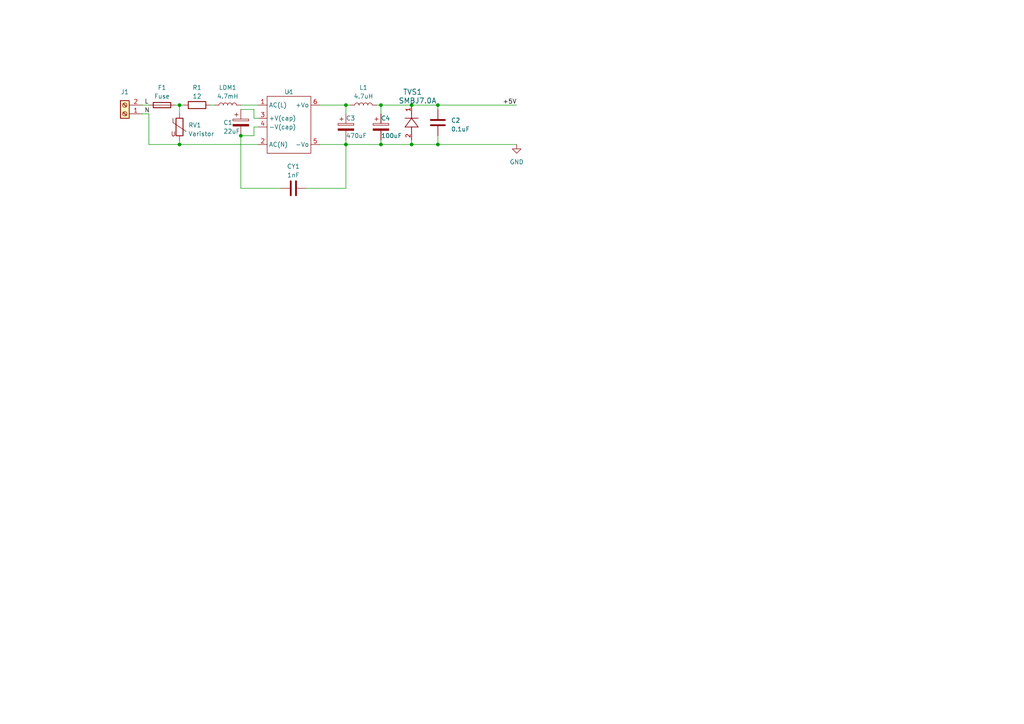
<source format=kicad_sch>
(kicad_sch (version 20230121) (generator eeschema)
  (paper "A4")
  (lib_symbols
    (symbol "2023-06-16_04-07-13:SMBJ7.0A" (pin_names (offset 0.254))
      (property "Reference" "CR" (at 5.08 4.445 0))
      (property "Value" "SMBJ7.0A" (at 5.08 -3.81 0))
      (symbol "SMBJ7.0A_1_1"
        (polyline (pts (xy 2.54 0) (xy 3.4798 0)) (stroke (width 0.2032)))
        (polyline (pts (xy 3.175 0) (xy 3.81 0)) (stroke (width 0.2032)))
        (polyline (pts (xy 3.81 -1.905) (xy 6.35 0)) (stroke (width 0.2032)))
        (polyline (pts (xy 3.81 1.905) (xy 3.81 -1.905)) (stroke (width 0.2032)))
        (polyline (pts (xy 6.35 -1.905) (xy 6.35 1.905)) (stroke (width 0.2032)))
        (polyline (pts (xy 6.35 0) (xy 3.81 1.905)) (stroke (width 0.2032)))
        (polyline (pts (xy 6.35 0) (xy 7.62 0)) (stroke (width 0.2032)))
        (pin unspecified line (at 10.16 0 180) (length 2.54) (name "") (number "1"))
        (pin unspecified line (at 0 0 0) (length 2.54) (name "") (number "2"))
      )
      (symbol "SMBJ7.0A_1_2"
        (polyline (pts (xy -1.905 3.81) (xy 1.905 3.81)) (stroke (width 0.2032)))
        (polyline (pts (xy 0 2.54) (xy 0 3.4798)) (stroke (width 0.2032)))
        (polyline (pts (xy 0 3.175) (xy 0 3.81)) (stroke (width 0.2032)))
        (polyline (pts (xy 0 6.35) (xy -1.905 3.81)) (stroke (width 0.2032)))
        (polyline (pts (xy 0 6.35) (xy 0 7.62)) (stroke (width 0.2032)))
        (polyline (pts (xy 1.905 3.81) (xy 0 6.35)) (stroke (width 0.2032)))
        (polyline (pts (xy 1.905 6.35) (xy -1.905 6.35)) (stroke (width 0.2032)))
        (pin unspecified line (at 0 10.16 270) (length 2.54) (name "") (number "1"))
        (pin unspecified line (at 0 0 90) (length 2.54) (name "") (number "2"))
      )
    )
    (symbol "Connector:Screw_Terminal_01x02" (pin_names (offset 1.016) hide)
      (property "Reference" "J" (at 0 2.54 0))
      (property "Value" "Screw_Terminal_01x02" (at 0 -5.08 0))
      (symbol "Screw_Terminal_01x02_1_1"
        (rectangle (start -1.27 1.27) (end 1.27 -3.81) (stroke (width 0.254)) (fill (type background)))
        (circle (center 0 -2.54) (radius 0.635) (stroke (width 0.1524)))
        (polyline (pts (xy -0.5334 -2.2098) (xy 0.3302 -3.048)) (stroke (width 0.1524)))
        (polyline (pts (xy -0.5334 0.3302) (xy 0.3302 -0.508)) (stroke (width 0.1524)))
        (polyline (pts (xy -0.3556 -2.032) (xy 0.508 -2.8702)) (stroke (width 0.1524)))
        (polyline (pts (xy -0.3556 0.508) (xy 0.508 -0.3302)) (stroke (width 0.1524)))
        (circle (center 0 0) (radius 0.635) (stroke (width 0.1524)))
        (pin passive line (at -5.08 0 0) (length 3.81) (name "Pin_1") (number "1"))
        (pin passive line (at -5.08 -2.54 0) (length 3.81) (name "Pin_2") (number "2"))
      )
    )
    (symbol "Device:C" (pin_numbers hide) (pin_names (offset 0.254))
      (property "Reference" "C" (at 0.635 2.54 0))
      (property "Value" "C" (at 0.635 -2.54 0))
      (symbol "C_0_1"
        (polyline (pts (xy -2.032 -0.762) (xy 2.032 -0.762)) (stroke (width 0.508)))
        (polyline (pts (xy -2.032 0.762) (xy 2.032 0.762)) (stroke (width 0.508)))
      )
      (symbol "C_1_1"
        (pin passive line (at 0 3.81 270) (length 2.794) (name "~") (number "1"))
        (pin passive line (at 0 -3.81 90) (length 2.794) (name "~") (number "2"))
      )
    )
    (symbol "Device:C_Polarized" (pin_numbers hide) (pin_names (offset 0.254))
      (property "Reference" "C" (at 0.635 2.54 0))
      (property "Value" "C_Polarized" (at 0.635 -2.54 0))
      (symbol "C_Polarized_0_1"
        (rectangle (start -2.286 0.508) (end 2.286 1.016))
        (polyline (pts (xy -1.778 2.286) (xy -0.762 2.286)))
        (polyline (pts (xy -1.27 2.794) (xy -1.27 1.778)))
        (rectangle (start 2.286 -0.508) (end -2.286 -1.016) (fill (type outline)))
      )
      (symbol "C_Polarized_1_1"
        (pin passive line (at 0 3.81 270) (length 2.794) (name "~") (number "1"))
        (pin passive line (at 0 -3.81 90) (length 2.794) (name "~") (number "2"))
      )
    )
    (symbol "Device:Fuse" (pin_numbers hide) (pin_names (offset 0))
      (property "Reference" "F" (at 2.032 0 90))
      (property "Value" "Fuse" (at -1.905 0 90))
      (symbol "Fuse_0_1"
        (rectangle (start -0.762 -2.54) (end 0.762 2.54) (stroke (width 0.254)))
        (polyline (pts (xy 0 2.54) (xy 0 -2.54)))
      )
      (symbol "Fuse_1_1"
        (pin passive line (at 0 3.81 270) (length 1.27) (name "~") (number "1"))
        (pin passive line (at 0 -3.81 90) (length 1.27) (name "~") (number "2"))
      )
    )
    (symbol "Device:L" (pin_numbers hide) (pin_names (offset 1.016) hide)
      (property "Reference" "L" (at -1.27 0 90))
      (property "Value" "L" (at 1.905 0 90))
      (symbol "L_0_1"
        (arc (start 0 -2.54) (mid 0.6323 -1.905) (end 0 -1.27))
        (arc (start 0 -1.27) (mid 0.6323 -0.635) (end 0 0))
        (arc (start 0 0) (mid 0.6323 0.635) (end 0 1.27))
        (arc (start 0 1.27) (mid 0.6323 1.905) (end 0 2.54))
      )
      (symbol "L_1_1"
        (pin passive line (at 0 3.81 270) (length 1.27) (name "1") (number "1"))
        (pin passive line (at 0 -3.81 90) (length 1.27) (name "2") (number "2"))
      )
    )
    (symbol "Device:R" (pin_numbers hide) (pin_names (offset 0))
      (property "Reference" "R" (at 2.032 0 90))
      (property "Value" "R" (at 0 0 90))
      (symbol "R_0_1"
        (rectangle (start -1.016 -2.54) (end 1.016 2.54) (stroke (width 0.254)))
      )
      (symbol "R_1_1"
        (pin passive line (at 0 3.81 270) (length 1.27) (name "~") (number "1"))
        (pin passive line (at 0 -3.81 90) (length 1.27) (name "~") (number "2"))
      )
    )
    (symbol "Device:Varistor" (pin_numbers hide) (pin_names (offset 0))
      (property "Reference" "RV" (at 3.175 0 90))
      (property "Value" "Varistor" (at -3.175 0 90))
      (symbol "Varistor_0_0"
        (text "U" (at -1.778 -2.032 0) (effects (font (size 1.27 1.27))))
      )
      (symbol "Varistor_0_1"
        (rectangle (start -1.016 -2.54) (end 1.016 2.54) (stroke (width 0.254)))
        (polyline (pts (xy -1.905 2.54) (xy -1.905 1.27) (xy 1.905 -1.27)))
      )
      (symbol "Varistor_1_1"
        (pin passive line (at 0 3.81 270) (length 1.27) (name "~") (number "1"))
        (pin passive line (at 0 -3.81 90) (length 1.27) (name "~") (number "2"))
      )
    )
    (symbol "Transformer:LS05-13B05R3"
      (property "Reference" "U" (at 0 0 0))
      (symbol "LS05-13B05R3_0_1"
        (rectangle (start -6.35 -1.27) (end 6.35 -17.78))
      )
      (symbol "LS05-13B05R3_1_1"
        (pin input line (at -8.89 -3.81 0) (length 2.54) (name "AC(L)") (number "1"))
        (pin input line (at -8.89 -15.24 0) (length 2.54) (name "AC(N)") (number "2"))
        (pin input line (at -8.89 -7.62 0) (length 2.54) (name "+V(cap)") (number "3"))
        (pin input line (at -8.89 -10.16 0) (length 2.54) (name "-V(cap)") (number "4"))
        (pin output line (at 8.89 -15.24 180) (length 2.54) (name "-Vo") (number "5"))
        (pin output line (at 8.89 -3.81 180) (length 2.54) (name "+Vo") (number "6"))
      )
    )
    (symbol "power:GND" (power) (pin_names (offset 0))
      (property "Value" "GND" (at 0 -3.81 0))
      (symbol "GND_0_1"
        (polyline (pts (xy 0 0) (xy 0 -1.27) (xy 1.27 -1.27) (xy 0 -2.54) (xy -1.27 -1.27) (xy 0 -1.27)))
      )
      (symbol "GND_1_1"
        (pin power_in line (at 0 0 270) (length 0) hide (name "GND") (number "1"))
      )
    )
  )
  (junction (at 100.33 30.48))
  (junction (at 119.38 41.91))
  (junction (at 119.38 30.48))
  (junction (at 110.49 41.91))
  (junction (at 52.07 30.48))
  (junction (at 127 30.48))
  (junction (at 127 41.91))
  (junction (at 69.85 39.37))
  (junction (at 100.33 41.91))
  (junction (at 52.07 41.91))
  (junction (at 110.49 30.48))
  (wire (pts (xy 100.33 54.61) (xy 100.33 41.91)))
  (wire (pts (xy 100.33 40.64) (xy 100.33 41.91)))
  (wire (pts (xy 110.49 40.64) (xy 110.49 41.91)))
  (wire (pts (xy 69.85 54.61) (xy 81.28 54.61)))
  (wire (pts (xy 74.93 41.91) (xy 52.07 41.91)))
  (wire (pts (xy 52.07 41.91) (xy 43.18 41.91)))
  (wire (pts (xy 110.49 41.91) (xy 119.38 41.91)))
  (wire (pts (xy 127 41.91) (xy 149.86 41.91)))
  (wire (pts (xy 41.275 33.02) (xy 43.18 33.02)))
  (wire (pts (xy 88.9 54.61) (xy 100.33 54.61)))
  (wire (pts (xy 73.66 34.29) (xy 74.93 34.29)))
  (wire (pts (xy 119.38 40.64) (xy 119.38 41.91)))
  (wire (pts (xy 69.85 30.48) (xy 74.93 30.48)))
  (wire (pts (xy 69.85 39.37) (xy 73.66 39.37)))
  (wire (pts (xy 110.49 30.48) (xy 110.49 33.02)))
  (wire (pts (xy 60.96 30.48) (xy 62.23 30.48)))
  (wire (pts (xy 127 41.91) (xy 127 39.37)))
  (wire (pts (xy 73.66 31.75) (xy 69.85 31.75)))
  (wire (pts (xy 50.8 30.48) (xy 52.07 30.48)))
  (wire (pts (xy 69.85 39.37) (xy 69.85 54.61)))
  (wire (pts (xy 100.33 30.48) (xy 101.6 30.48)))
  (wire (pts (xy 92.71 30.48) (xy 100.33 30.48)))
  (wire (pts (xy 52.07 30.48) (xy 53.34 30.48)))
  (wire (pts (xy 41.275 30.48) (xy 43.18 30.48)))
  (wire (pts (xy 100.33 41.91) (xy 110.49 41.91)))
  (wire (pts (xy 127 30.48) (xy 127 31.75)))
  (wire (pts (xy 73.66 36.83) (xy 74.93 36.83)))
  (wire (pts (xy 73.66 31.75) (xy 73.66 34.29)))
  (wire (pts (xy 73.66 39.37) (xy 73.66 36.83)))
  (wire (pts (xy 52.07 40.64) (xy 52.07 41.91)))
  (wire (pts (xy 119.38 30.48) (xy 127 30.48)))
  (wire (pts (xy 43.18 33.02) (xy 43.18 41.91)))
  (wire (pts (xy 100.33 30.48) (xy 100.33 33.02)))
  (wire (pts (xy 119.38 41.91) (xy 127 41.91)))
  (wire (pts (xy 92.71 41.91) (xy 100.33 41.91)))
  (wire (pts (xy 110.49 30.48) (xy 119.38 30.48)))
  (wire (pts (xy 127 30.48) (xy 149.86 30.48)))
  (wire (pts (xy 52.07 30.48) (xy 52.07 33.02)))
  (wire (pts (xy 109.22 30.48) (xy 110.49 30.48)))
  (label "L" (at 41.91 30.48 0))
  (label "+5V" (at 149.86 30.48 180))
  (label "N" (at 41.91 33.02 0))
  (symbol (lib_id "Connector:Screw_Terminal_01x02") (at 36.195 33.02 180) (unit 1)
    (property "Reference" "J1" (at 36.195 26.67 0))
    (property "Value" "Screw_Terminal_01x02" (effects hide))
    (property "Footprint" "TerminalBlock_Phoenix:TerminalBlock_Phoenix_MKDS-1,5-2_1x02_P5.00mm_Horizontal" (effects hide))
  )
  (symbol (lib_id "Device:Varistor") (at 52.07 36.83 0) (unit 1)
    (property "Reference" "RV1" (at 54.61 36.2942 0) (effects (justify left)))
    (property "Value" "Varistor" (at 54.61 38.8342 0) (effects (justify left)))
    (property "Footprint" "Varistor:RV_Disc_D12mm_W3.9mm_P7.5mm" (effects hide))
    (property "Sim.Name" "kicad_builtin_varistor" (effects hide))
    (property "Sim.Device" "SUBCKT" (effects hide))
    (property "Sim.Pins" "1=A 2=B" (effects hide))
    (property "Sim.Params" "threshold=1k" (effects hide))
    (property "Sim.Library" "${KICAD7_SYMBOL_DIR}/Simulation_SPICE.sp" (effects hide))
  )
  (symbol (lib_id "Device:C") (at 127 35.56 0) (unit 1)
    (property "Reference" "C2" (at 130.81 34.925 0) (effects (justify left)))
    (property "Value" "0.1uF" (at 130.81 37.465 0) (effects (justify left)))
    (property "Footprint" "Capacitor_SMD:C_0805_2012Metric" (effects hide))
  )
  (symbol (lib_id "Device:L") (at 66.04 30.48 90) (unit 1)
    (property "Reference" "LDM1" (at 66.04 25.4 90))
    (property "Value" "4.7mH" (at 66.04 27.94 90))
    (property "Footprint" "Inductor_THT:L_Radial_D7.8mm_P5.00mm_Fastron_07HCP" (effects hide))
  )
  (symbol (lib_id "Device:L") (at 105.41 30.48 90) (unit 1)
    (property "Reference" "L1" (at 105.41 25.4 90))
    (property "Value" "4.7uH" (at 105.41 27.94 90))
    (property "Footprint" "Inductor_SMD:L_Changjiang_FNR3021S" (effects hide))
  )
  (symbol (lib_id "Transformer:LS05-13B05R3") (at 83.82 26.67 0) (unit 1)
    (property "Reference" "U1" (at 83.82 26.67 0))
    (property "Value" "~" (at 83.82 26.67 0))
    (property "Footprint" "Transformer_THT:LS05-13B05R3" (effects hide))
  )
  (symbol (lib_id "Device:C_Polarized") (at 110.49 36.83 0) (unit 1)
    (property "Reference" "C4" (at 110.49 34.29 0) (effects (justify left)))
    (property "Value" "100uF" (at 110.49 39.37 0) (effects (justify left)))
    (property "Footprint" "Capacitor_SMD:CP_Elec_6.3x7.7" (effects hide))
  )
  (symbol (lib_id "Device:Fuse") (at 46.99 30.48 90) (unit 1)
    (property "Reference" "F1" (at 46.99 25.4 90))
    (property "Value" "Fuse" (at 46.99 27.94 90))
    (property "Footprint" "fuse:FUSE_SS-5H-1A_EAT" (effects hide))
  )
  (symbol (lib_id "power:GND") (at 149.86 41.91 0) (unit 1)
    (property "Reference" "#PWR01" (effects hide))
    (property "Value" "GND" (at 149.86 46.99 0))
  )
  (symbol (lib_id "2023-06-16_04-07-13:SMBJ7.0A") (at 119.38 40.64 90) (unit 1)
    (property "Reference" "TVS1" (at 116.84 26.67 90) (effects (font (size 1.524 1.524)) (justify right)))
    (property "Value" "SMBJ7.0A" (at 115.57 29.21 90) (effects (font (size 1.524 1.524)) (justify right)))
    (property "Footprint" "footprints:SMBJSeries_LTF" (effects hide))
    (property "Datasheet" "SMBJ7.0A" (effects hide))
  )
  (symbol (lib_id "Device:C_Polarized") (at 69.85 35.56 0) (unit 1)
    (property "Reference" "C1" (at 64.77 35.56 0) (effects (justify left)))
    (property "Value" "22uF" (at 64.77 38.1 0) (effects (justify left)))
    (property "Footprint" "Capacitor_THT:CP_Radial_D12.5mm_P5.00mm" (effects hide))
  )
  (symbol (lib_id "Device:R") (at 57.15 30.48 90) (unit 1)
    (property "Reference" "R1" (at 57.15 25.4 90))
    (property "Value" "12" (at 57.15 27.94 90))
    (property "Footprint" "Resistor_THT:R_Axial_DIN0414_L11.9mm_D4.5mm_P15.24mm_Horizontal" (effects hide))
  )
  (symbol (lib_id "Device:C_Polarized") (at 100.33 36.83 0) (unit 1)
    (property "Reference" "C3" (at 100.33 34.29 0) (effects (justify left)))
    (property "Value" "470uF" (at 100.33 39.37 0) (effects (justify left)))
    (property "Footprint" "Capacitor_THT:CP_Radial_D8.0mm_P3.50mm" (effects hide))
  )
  (symbol (lib_id "Device:C") (at 85.09 54.61 90) (unit 1)
    (property "Reference" "CY1" (at 85.09 48.26 90))
    (property "Value" "1nF" (at 85.09 50.8 90))
    (property "Footprint" "Capacitor_THT:C_Disc_D8.0mm_W5.0mm_P7.50mm" (effects hide))
  )
)
</source>
